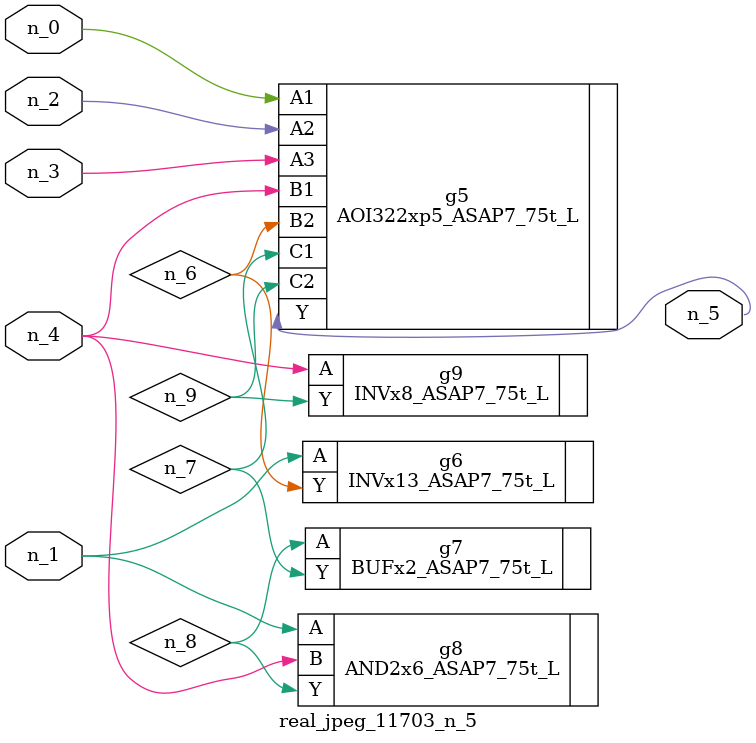
<source format=v>
module real_jpeg_11703_n_5 (n_4, n_0, n_1, n_2, n_3, n_5);

input n_4;
input n_0;
input n_1;
input n_2;
input n_3;

output n_5;

wire n_8;
wire n_6;
wire n_7;
wire n_9;

AOI322xp5_ASAP7_75t_L g5 ( 
.A1(n_0),
.A2(n_2),
.A3(n_3),
.B1(n_4),
.B2(n_6),
.C1(n_7),
.C2(n_9),
.Y(n_5)
);

INVx13_ASAP7_75t_L g6 ( 
.A(n_1),
.Y(n_6)
);

AND2x6_ASAP7_75t_L g8 ( 
.A(n_1),
.B(n_4),
.Y(n_8)
);

INVx8_ASAP7_75t_L g9 ( 
.A(n_4),
.Y(n_9)
);

BUFx2_ASAP7_75t_L g7 ( 
.A(n_8),
.Y(n_7)
);


endmodule
</source>
